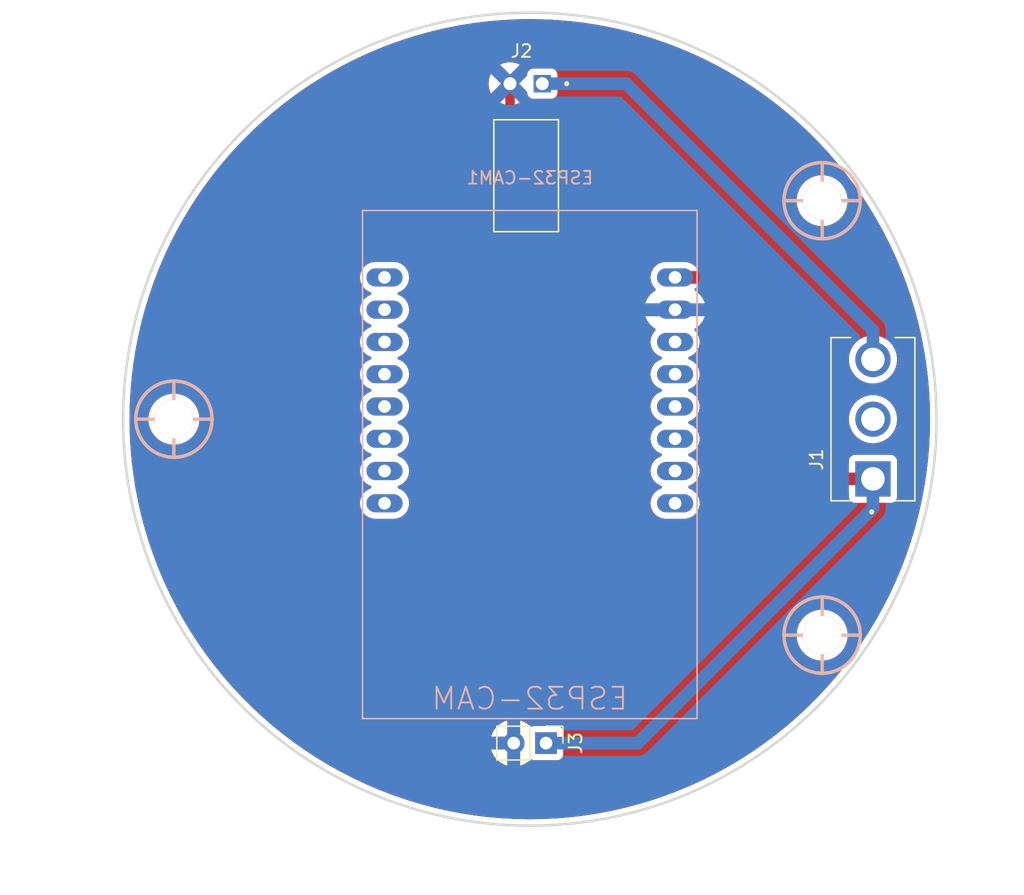
<source format=kicad_pcb>
(kicad_pcb (version 20211014) (generator pcbnew)
  (layers (0 "F.Cu" signal) (31 "B.Cu" signal) (34 "B.Paste" user) (35 "F.Paste" user) (36 "B.SilkS" user "B.Silkscreen") (37 "F.SilkS" user "F.Silkscreen") (38 "B.Mask" user) (39 "F.Mask" user) (44 "Edge.Cuts" user))
  (net 0 "")
  (net 1 "+5V")
  (net 3 "GND")
  (footprint "EESTN5:hole_3mm" (layer "F.Cu") (at 146 112)
    (fp_text reference "H3" hide)
    (fp_text value "Mounting_Hole" hide)
  )
  (footprint "Libreria Cansat:TE_3-647630-2" (layer "F.Cu") (at 123.9825 68.5875)
    (fp_text reference "J2")
    (fp_text value "conector bateria")
  )
  (footprint "EESTN5:hole_3mm" (layer "F.Cu") (at 146 77.8)
    (fp_text reference "H2" hide)
    (fp_text value "Mounting_Hole" hide)
  )
  (footprint "Connector_PinHeader_2.54mm:PinHeader_1x02_P2.54mm_Vertical" (layer "F.Cu") (at 124.275 120.5 -90)
    (fp_text reference "J3")
    (fp_text value "alimentacion placa superior")
  )
  (footprint "EESTN5:Logo_OSHW_6x6mm_FCu" (layer "F.Cu") (at 123 103)
    (fp_text reference "H6" hide)
    (fp_text value "Mounting_Hole" hide)
  )
  (footprint "EESTN5:LOGO_EESTN5_F.Cu" (layer "F.Cu") (at 123 94)
    (fp_text reference "G***" hide)
    (fp_text value "LOGO" hide)
  )
  (footprint "Libreria Cansat:SW_500SSP1S2M2QEA" (layer "F.Cu") (at 150 95 90)
    (fp_text reference "J1")
    (fp_text value "SWITCH PRINCIPAL")
  )
  (footprint "EESTN5:hole_3mm" (layer "F.Cu") (at 95 95)
    (fp_text reference "H1" hide)
    (fp_text value "Mounting_Hole" hide)
  )
  (footprint "logo S.R:LOGO_S.R" (layer "F.Cu") (at 105.278779 106.829938 90)
    (fp_text reference "G***" hide)
    (fp_text value "LOGO" hide)
  )
  (footprint "esp32:ESP32-CAM" (layer "B.Cu") (at 123 94 180)
    (fp_text reference "ESP32-CAM1")
    (fp_text value "ESP32-CAM")
  )
  (gr_circle (center 123 95) (end 155 95) (layer "Edge.Cuts") (width 0.2) (fill none))
  (segment (start 150 99.7) (end 146.2 99.7) (width 1) (layer "F.Cu") (net 1))
  (segment (start 138.34 83.84) (end 134.43 83.84) (width 1) (layer "F.Cu") (net 1))
  (segment (start 140 85.5) (end 138.34 83.84) (width 1) (layer "F.Cu") (net 1))
  (segment (start 146.2 99.7) (end 140 93.5) (width 1) (layer "F.Cu") (net 1))
  (segment (start 140 93.5) (end 140 85.5) (width 1) (layer "F.Cu") (net 1))
  (segment (start 123.9825 68.5875) (end 130.5875 68.5875) (width 1) (layer "B.Cu") (net 1))
  (segment (start 150 102) (end 131.5 120.5) (width 1) (layer "B.Cu") (net 1))
  (segment (start 130.5875 68.5875) (end 150 88) (width 1) (layer "B.Cu") (net 1))
  (segment (start 131.5 120.5) (end 124.275 120.5) (width 1) (layer "B.Cu") (net 1))
  (segment (start 150 88) (end 150 90.3) (width 1) (layer "B.Cu") (net 1))
  (segment (start 150 99.7) (end 150 102) (width 1) (layer "B.Cu") (net 1))
  (segment (start 121.4425 68.5875) (end 121.4425 78.9425) (width 0.75) (layer "F.Cu") (net 3))
  (segment (start 121.4425 78.9425) (end 128.88 86.38) (width 0.75) (layer "F.Cu") (net 3))
  (segment (start 128.88 86.38) (end 134.43 86.38) (width 0.75) (layer "F.Cu") (net 3))
  (zone (net 3) (net_name "GND") (layer "F.Cu") (connect_pads (clearance 0.508)) (min_thickness 0.254) (fill yes (thermal_gap 1) (thermal_bridge_width 1))
    (polygon (pts (xy 155 128) (xy 90 128) (xy 90 62) (xy 155 62)))
  )
  (zone (net 3) (net_name "GND") (layer "F.Cu") (connect_pads (clearance 0.508)) (min_thickness 0.254) (fill yes (thermal_gap 1) (thermal_bridge_width 1))
    (polygon (pts (xy 155 128) (xy 90 128) (xy 90 62) (xy 155 62)))
  )
  (zone (net 3) (net_name "GND") (layer "B.Cu") (connect_pads (clearance 0.508)) (min_thickness 0.254) (fill yes (thermal_gap 1) (thermal_bridge_width 1))
    (polygon (pts (xy 155 128) (xy 90 128) (xy 90 62) (xy 155 62)))
  )
)
</source>
